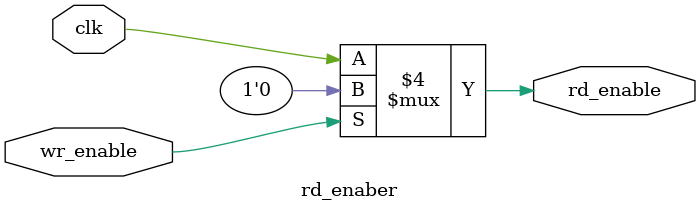
<source format=v>
module rd_enaber(
    input wire wr_enable,
    input wire clk,
    output reg rd_enable	 
    );

    always @(*)
    begin
        if (wr_enable == 1)
            rd_enable = 0;
        else
            rd_enable = clk;
    end
endmodule

</source>
